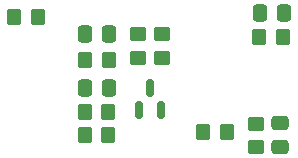
<source format=gbr>
%TF.GenerationSoftware,KiCad,Pcbnew,8.0.2*%
%TF.CreationDate,2024-08-15T08:28:16+02:00*%
%TF.ProjectId,ir-blaster,69722d62-6c61-4737-9465-722e6b696361,rev?*%
%TF.SameCoordinates,Original*%
%TF.FileFunction,Paste,Top*%
%TF.FilePolarity,Positive*%
%FSLAX46Y46*%
G04 Gerber Fmt 4.6, Leading zero omitted, Abs format (unit mm)*
G04 Created by KiCad (PCBNEW 8.0.2) date 2024-08-15 08:28:16*
%MOMM*%
%LPD*%
G01*
G04 APERTURE LIST*
G04 Aperture macros list*
%AMRoundRect*
0 Rectangle with rounded corners*
0 $1 Rounding radius*
0 $2 $3 $4 $5 $6 $7 $8 $9 X,Y pos of 4 corners*
0 Add a 4 corners polygon primitive as box body*
4,1,4,$2,$3,$4,$5,$6,$7,$8,$9,$2,$3,0*
0 Add four circle primitives for the rounded corners*
1,1,$1+$1,$2,$3*
1,1,$1+$1,$4,$5*
1,1,$1+$1,$6,$7*
1,1,$1+$1,$8,$9*
0 Add four rect primitives between the rounded corners*
20,1,$1+$1,$2,$3,$4,$5,0*
20,1,$1+$1,$4,$5,$6,$7,0*
20,1,$1+$1,$6,$7,$8,$9,0*
20,1,$1+$1,$8,$9,$2,$3,0*%
G04 Aperture macros list end*
%ADD10RoundRect,0.250000X0.350000X0.450000X-0.350000X0.450000X-0.350000X-0.450000X0.350000X-0.450000X0*%
%ADD11RoundRect,0.150000X0.150000X-0.587500X0.150000X0.587500X-0.150000X0.587500X-0.150000X-0.587500X0*%
%ADD12RoundRect,0.250000X-0.350000X-0.450000X0.350000X-0.450000X0.350000X0.450000X-0.350000X0.450000X0*%
%ADD13RoundRect,0.250000X-0.337500X-0.475000X0.337500X-0.475000X0.337500X0.475000X-0.337500X0.475000X0*%
%ADD14RoundRect,0.250000X0.450000X-0.350000X0.450000X0.350000X-0.450000X0.350000X-0.450000X-0.350000X0*%
%ADD15RoundRect,0.250000X-0.450000X0.350000X-0.450000X-0.350000X0.450000X-0.350000X0.450000X0.350000X0*%
%ADD16RoundRect,0.250000X-0.475000X0.337500X-0.475000X-0.337500X0.475000X-0.337500X0.475000X0.337500X0*%
%ADD17RoundRect,0.250000X0.337500X0.475000X-0.337500X0.475000X-0.337500X-0.475000X0.337500X-0.475000X0*%
G04 APERTURE END LIST*
D10*
%TO.C,R7*%
X70962500Y-47306250D03*
X68962500Y-47306250D03*
%TD*%
D11*
%TO.C,Q1*%
X74500000Y-43312500D03*
X75450000Y-45187500D03*
X73550000Y-45187500D03*
%TD*%
D10*
%TO.C,R8*%
X65000000Y-37250000D03*
X63000000Y-37250000D03*
%TD*%
D12*
%TO.C,R9*%
X79000000Y-47000000D03*
X81000000Y-47000000D03*
%TD*%
D13*
%TO.C,C2*%
X83772500Y-36900000D03*
X85847500Y-36900000D03*
%TD*%
D14*
%TO.C,R2*%
X75500000Y-38750000D03*
X75500000Y-40750000D03*
%TD*%
D10*
%TO.C,R4*%
X85750000Y-39000000D03*
X83750000Y-39000000D03*
%TD*%
D15*
%TO.C,R1*%
X73500000Y-40750000D03*
X73500000Y-38750000D03*
%TD*%
D16*
%TO.C,C3*%
X85500000Y-46220000D03*
X85500000Y-48295000D03*
%TD*%
D14*
%TO.C,R5*%
X83500000Y-48300000D03*
X83500000Y-46300000D03*
%TD*%
D13*
%TO.C,C1*%
X68962500Y-38750000D03*
X71037500Y-38750000D03*
%TD*%
D17*
%TO.C,C4*%
X71037500Y-43250000D03*
X68962500Y-43250000D03*
%TD*%
D12*
%TO.C,R6*%
X70962500Y-45306250D03*
X68962500Y-45306250D03*
%TD*%
D10*
%TO.C,R3*%
X71020000Y-40920000D03*
X69020000Y-40920000D03*
%TD*%
M02*

</source>
